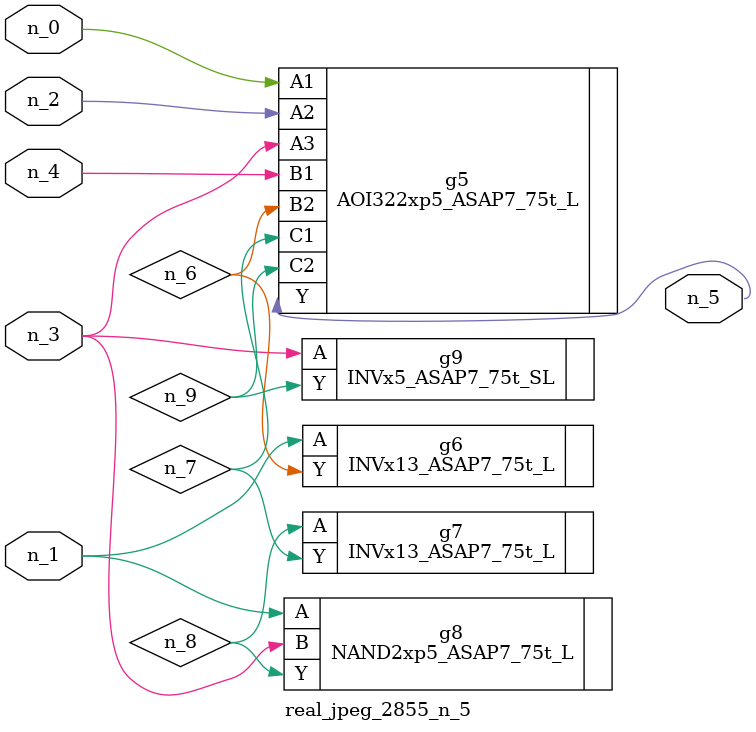
<source format=v>
module real_jpeg_2855_n_5 (n_4, n_0, n_1, n_2, n_3, n_5);

input n_4;
input n_0;
input n_1;
input n_2;
input n_3;

output n_5;

wire n_8;
wire n_6;
wire n_7;
wire n_9;

AOI322xp5_ASAP7_75t_L g5 ( 
.A1(n_0),
.A2(n_2),
.A3(n_3),
.B1(n_4),
.B2(n_6),
.C1(n_7),
.C2(n_9),
.Y(n_5)
);

INVx13_ASAP7_75t_L g6 ( 
.A(n_1),
.Y(n_6)
);

NAND2xp5_ASAP7_75t_L g8 ( 
.A(n_1),
.B(n_3),
.Y(n_8)
);

INVx5_ASAP7_75t_SL g9 ( 
.A(n_3),
.Y(n_9)
);

INVx13_ASAP7_75t_L g7 ( 
.A(n_8),
.Y(n_7)
);


endmodule
</source>
